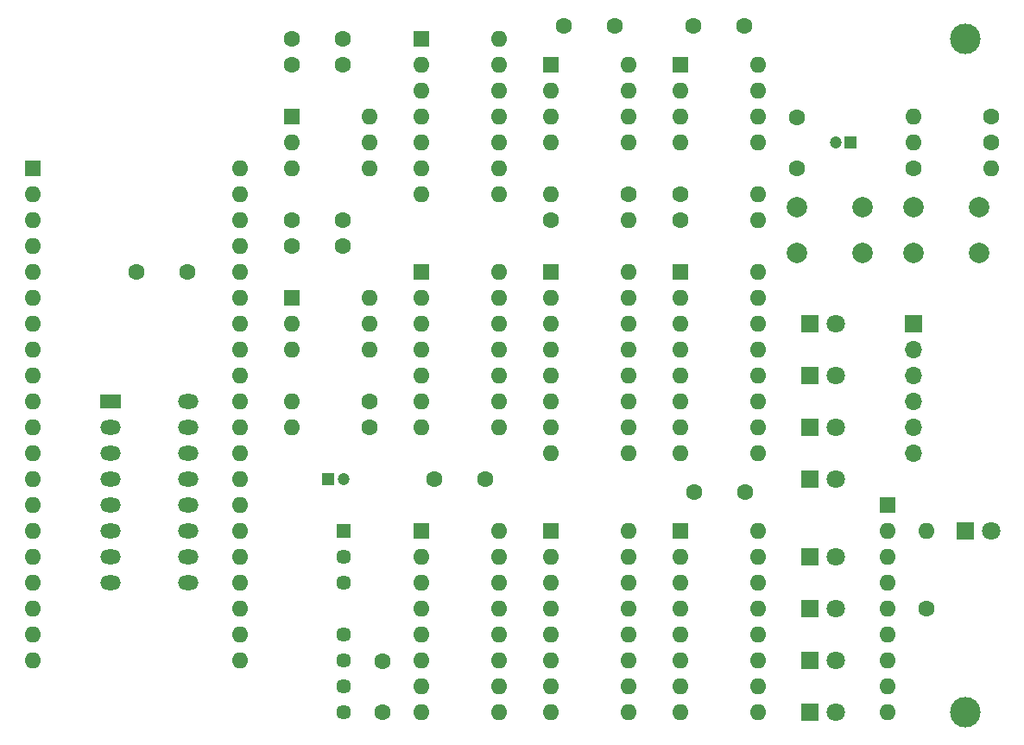
<source format=gbr>
%TF.GenerationSoftware,KiCad,Pcbnew,7.0.2*%
%TF.CreationDate,2023-05-12T21:33:33+09:00*%
%TF.ProjectId,EMUZ80_4004,454d555a-3830-45f3-9430-30342e6b6963,rev?*%
%TF.SameCoordinates,Original*%
%TF.FileFunction,Soldermask,Bot*%
%TF.FilePolarity,Negative*%
%FSLAX46Y46*%
G04 Gerber Fmt 4.6, Leading zero omitted, Abs format (unit mm)*
G04 Created by KiCad (PCBNEW 7.0.2) date 2023-05-12 21:33:33*
%MOMM*%
%LPD*%
G01*
G04 APERTURE LIST*
%ADD10R,1.800000X1.800000*%
%ADD11C,1.800000*%
%ADD12C,3.000000*%
%ADD13R,1.600000X1.600000*%
%ADD14O,1.600000X1.600000*%
%ADD15C,1.600000*%
%ADD16R,1.200000X1.200000*%
%ADD17C,1.200000*%
%ADD18R,1.450000X1.450000*%
%ADD19C,1.450000*%
%ADD20C,2.000000*%
%ADD21R,2.000000X1.440000*%
%ADD22O,2.000000X1.440000*%
%ADD23R,1.700000X1.700000*%
%ADD24O,1.700000X1.700000*%
G04 APERTURE END LIST*
D10*
%TO.C,D3*%
X78740000Y-43180000D03*
D11*
X81280000Y-43180000D03*
%TD*%
D12*
%TO.C,REF\u002A\u002A*%
X93980000Y-71120000D03*
%TD*%
D13*
%TO.C,U7*%
X66040000Y-53340000D03*
D14*
X66040000Y-55880000D03*
X66040000Y-58420000D03*
X66040000Y-60960000D03*
X66040000Y-63500000D03*
X66040000Y-66040000D03*
X66040000Y-68580000D03*
X66040000Y-71120000D03*
X73660000Y-71120000D03*
X73660000Y-68580000D03*
X73660000Y-66040000D03*
X73660000Y-63500000D03*
X73660000Y-60960000D03*
X73660000Y-58420000D03*
X73660000Y-55880000D03*
X73660000Y-53340000D03*
%TD*%
D13*
%TO.C,U4*%
X53340000Y-53340000D03*
D14*
X53340000Y-55880000D03*
X53340000Y-58420000D03*
X53340000Y-60960000D03*
X53340000Y-63500000D03*
X53340000Y-66040000D03*
X53340000Y-68580000D03*
X53340000Y-71120000D03*
X60960000Y-71120000D03*
X60960000Y-68580000D03*
X60960000Y-66040000D03*
X60960000Y-63500000D03*
X60960000Y-60960000D03*
X60960000Y-58420000D03*
X60960000Y-55880000D03*
X60960000Y-53340000D03*
%TD*%
D15*
%TO.C,C13*%
X77470000Y-17780000D03*
X77470000Y-12780000D03*
%TD*%
D13*
%TO.C,U6*%
X66040000Y-27940000D03*
D14*
X66040000Y-30480000D03*
X66040000Y-33020000D03*
X66040000Y-35560000D03*
X66040000Y-38100000D03*
X66040000Y-40640000D03*
X66040000Y-43180000D03*
X66040000Y-45720000D03*
X73660000Y-45720000D03*
X73660000Y-43180000D03*
X73660000Y-40640000D03*
X73660000Y-38100000D03*
X73660000Y-35560000D03*
X73660000Y-33020000D03*
X73660000Y-30480000D03*
X73660000Y-27940000D03*
%TD*%
D13*
%TO.C,U5*%
X40640000Y-53340000D03*
D14*
X40640000Y-55880000D03*
X40640000Y-58420000D03*
X40640000Y-60960000D03*
X40640000Y-63500000D03*
X40640000Y-66040000D03*
X40640000Y-68580000D03*
X40640000Y-71120000D03*
X48260000Y-71120000D03*
X48260000Y-68580000D03*
X48260000Y-66040000D03*
X48260000Y-63500000D03*
X48260000Y-60960000D03*
X48260000Y-58420000D03*
X48260000Y-55880000D03*
X48260000Y-53340000D03*
%TD*%
D15*
%TO.C,R3*%
X96520000Y-12700000D03*
D14*
X88900000Y-12700000D03*
%TD*%
D13*
%TO.C,U12*%
X53340000Y-7620000D03*
D14*
X53340000Y-10160000D03*
X53340000Y-12700000D03*
X53340000Y-15240000D03*
X60960000Y-15240000D03*
X60960000Y-12700000D03*
X60960000Y-10160000D03*
X60960000Y-7620000D03*
%TD*%
D15*
%TO.C,R10*%
X66040000Y-22860000D03*
D14*
X73660000Y-22860000D03*
%TD*%
D12*
%TO.C,REF\u002A\u002A*%
X93980000Y-5080000D03*
%TD*%
D15*
%TO.C,C8*%
X12740000Y-27940000D03*
X17740000Y-27940000D03*
%TD*%
D13*
%TO.C,RN1*%
X86360000Y-50800000D03*
D14*
X86360000Y-53340000D03*
X86360000Y-55880000D03*
X86360000Y-58420000D03*
X86360000Y-60960000D03*
X86360000Y-63500000D03*
X86360000Y-66040000D03*
X86360000Y-68580000D03*
X86360000Y-71120000D03*
%TD*%
D15*
%TO.C,R7*%
X60960000Y-20320000D03*
D14*
X53340000Y-20320000D03*
%TD*%
D16*
%TO.C,C5*%
X31520000Y-48260000D03*
D17*
X33020000Y-48260000D03*
%TD*%
D15*
%TO.C,C9*%
X67390000Y-49530000D03*
X72390000Y-49530000D03*
%TD*%
D14*
%TO.C,U9*%
X35560000Y-33020000D03*
D13*
X27940000Y-30480000D03*
D14*
X27940000Y-33020000D03*
X27940000Y-35560000D03*
X35560000Y-35560000D03*
X35560000Y-30480000D03*
%TD*%
D13*
%TO.C,U2*%
X53340000Y-27940000D03*
D14*
X53340000Y-30480000D03*
X53340000Y-33020000D03*
X53340000Y-35560000D03*
X53340000Y-38100000D03*
X53340000Y-40640000D03*
X53340000Y-43180000D03*
X53340000Y-45720000D03*
X60960000Y-45720000D03*
X60960000Y-43180000D03*
X60960000Y-40640000D03*
X60960000Y-38100000D03*
X60960000Y-35560000D03*
X60960000Y-33020000D03*
X60960000Y-30480000D03*
X60960000Y-27940000D03*
%TD*%
D10*
%TO.C,D5*%
X78740000Y-55880000D03*
D11*
X81280000Y-55880000D03*
%TD*%
D10*
%TO.C,D4*%
X78740000Y-48260000D03*
D11*
X81280000Y-48260000D03*
%TD*%
D18*
%TO.C,U10*%
X33020000Y-53340000D03*
D19*
X33020000Y-55880000D03*
X33020000Y-58420000D03*
X33020000Y-63500000D03*
X33020000Y-66040000D03*
X33020000Y-68580000D03*
X33020000Y-71120000D03*
%TD*%
D15*
%TO.C,C6*%
X36830000Y-66120000D03*
X36830000Y-71120000D03*
%TD*%
D20*
%TO.C,SW2*%
X77470000Y-21590000D03*
X83970000Y-21590000D03*
X77470000Y-26090000D03*
X83970000Y-26090000D03*
%TD*%
D10*
%TO.C,D7*%
X78740000Y-66040000D03*
D11*
X81280000Y-66040000D03*
%TD*%
D15*
%TO.C,C2*%
X32940000Y-7620000D03*
X27940000Y-7620000D03*
%TD*%
D20*
%TO.C,SW1*%
X88900000Y-21590000D03*
X95400000Y-21590000D03*
X88900000Y-26090000D03*
X95400000Y-26090000D03*
%TD*%
D13*
%TO.C,U11*%
X40640000Y-5080000D03*
D14*
X40640000Y-7620000D03*
X40640000Y-10160000D03*
X40640000Y-12700000D03*
X40640000Y-15240000D03*
X40640000Y-17780000D03*
X40640000Y-20320000D03*
X48260000Y-20320000D03*
X48260000Y-17780000D03*
X48260000Y-15240000D03*
X48260000Y-12700000D03*
X48260000Y-10160000D03*
X48260000Y-7620000D03*
X48260000Y-5080000D03*
%TD*%
D13*
%TO.C,U1*%
X40640000Y-27940000D03*
D14*
X40640000Y-30480000D03*
X40640000Y-33020000D03*
X40640000Y-35560000D03*
X40640000Y-38100000D03*
X40640000Y-40640000D03*
X40640000Y-43180000D03*
X48260000Y-43180000D03*
X48260000Y-40640000D03*
X48260000Y-38100000D03*
X48260000Y-35560000D03*
X48260000Y-33020000D03*
X48260000Y-30480000D03*
X48260000Y-27940000D03*
%TD*%
D15*
%TO.C,C4*%
X27940000Y-25400000D03*
X32940000Y-25400000D03*
%TD*%
D21*
%TO.C,U3*%
X10160000Y-40640000D03*
D22*
X10160000Y-43180000D03*
X10160000Y-45720000D03*
X10160000Y-48260000D03*
X10160000Y-50800000D03*
X10160000Y-53340000D03*
X10160000Y-55880000D03*
X10160000Y-58420000D03*
X17780000Y-58420000D03*
X17780000Y-55880000D03*
X17780000Y-53340000D03*
X17780000Y-50800000D03*
X17780000Y-48260000D03*
X17780000Y-45720000D03*
X17780000Y-43180000D03*
X17780000Y-40640000D03*
%TD*%
D15*
%TO.C,R1*%
X35560000Y-40640000D03*
D14*
X27940000Y-40640000D03*
%TD*%
D15*
%TO.C,C3*%
X27940000Y-22860000D03*
X32940000Y-22860000D03*
%TD*%
%TO.C,C10*%
X54650000Y-3810000D03*
X59650000Y-3810000D03*
%TD*%
D13*
%TO.C,U13*%
X66040000Y-7620000D03*
D14*
X66040000Y-10160000D03*
X66040000Y-12700000D03*
X66040000Y-15240000D03*
X73660000Y-15240000D03*
X73660000Y-12700000D03*
X73660000Y-10160000D03*
X73660000Y-7620000D03*
%TD*%
D15*
%TO.C,R9*%
X66040000Y-20320000D03*
D14*
X73660000Y-20320000D03*
%TD*%
D10*
%TO.C,D8*%
X78740000Y-71120000D03*
D11*
X81280000Y-71120000D03*
%TD*%
D15*
%TO.C,R8*%
X53340000Y-22860000D03*
D14*
X60960000Y-22860000D03*
%TD*%
D10*
%TO.C,D2*%
X78740000Y-38100000D03*
D11*
X81280000Y-38100000D03*
%TD*%
D15*
%TO.C,C7*%
X41910000Y-48260000D03*
X46910000Y-48260000D03*
%TD*%
D13*
%TO.C,J1*%
X2540000Y-17780000D03*
D14*
X2540000Y-20320000D03*
X2540000Y-22860000D03*
X2540000Y-25400000D03*
X2540000Y-27940000D03*
X2540000Y-30480000D03*
X2540000Y-33020000D03*
X2540000Y-35560000D03*
X2540000Y-38100000D03*
X2540000Y-40640000D03*
X2540000Y-43180000D03*
X2540000Y-45720000D03*
X2540000Y-48260000D03*
X2540000Y-50800000D03*
X2540000Y-53340000D03*
X2540000Y-55880000D03*
X2540000Y-58420000D03*
X2540000Y-60960000D03*
X2540000Y-63500000D03*
X2540000Y-66040000D03*
X22860000Y-66040000D03*
X22860000Y-63500000D03*
X22860000Y-60960000D03*
X22860000Y-58420000D03*
X22860000Y-55880000D03*
X22860000Y-53340000D03*
X22860000Y-50800000D03*
X22860000Y-48260000D03*
X22860000Y-45720000D03*
X22860000Y-43180000D03*
X22860000Y-40640000D03*
X22860000Y-38100000D03*
X22860000Y-35560000D03*
X22860000Y-33020000D03*
X22860000Y-30480000D03*
X22860000Y-27940000D03*
X22860000Y-25400000D03*
X22860000Y-22860000D03*
X22860000Y-20320000D03*
X22860000Y-17780000D03*
%TD*%
D15*
%TO.C,R5*%
X90170000Y-60960000D03*
D14*
X90170000Y-53340000D03*
%TD*%
D10*
%TO.C,D6*%
X78740000Y-60960000D03*
D11*
X81280000Y-60960000D03*
%TD*%
D10*
%TO.C,D9*%
X93980000Y-53340000D03*
D11*
X96520000Y-53340000D03*
%TD*%
D10*
%TO.C,D1*%
X78740000Y-33020000D03*
D11*
X81280000Y-33020000D03*
%TD*%
D15*
%TO.C,R2*%
X35560000Y-43180000D03*
D14*
X27940000Y-43180000D03*
%TD*%
%TO.C,U8*%
X35560000Y-15240000D03*
D13*
X27940000Y-12700000D03*
D14*
X27940000Y-15240000D03*
X27940000Y-17780000D03*
X35560000Y-17780000D03*
X35560000Y-12700000D03*
%TD*%
D23*
%TO.C,J2*%
X88900000Y-33020000D03*
D24*
X88900000Y-35560000D03*
X88900000Y-38100000D03*
X88900000Y-40640000D03*
X88900000Y-43180000D03*
X88900000Y-45720000D03*
%TD*%
D15*
%TO.C,R6*%
X88900000Y-17780000D03*
D14*
X96520000Y-17780000D03*
%TD*%
D15*
%TO.C,C11*%
X67350000Y-3810000D03*
X72350000Y-3810000D03*
%TD*%
D16*
%TO.C,C12*%
X82780000Y-15240000D03*
D17*
X81280000Y-15240000D03*
%TD*%
D15*
%TO.C,C1*%
X32940000Y-5080000D03*
X27940000Y-5080000D03*
%TD*%
%TO.C,R4*%
X96520000Y-15240000D03*
D14*
X88900000Y-15240000D03*
%TD*%
M02*

</source>
